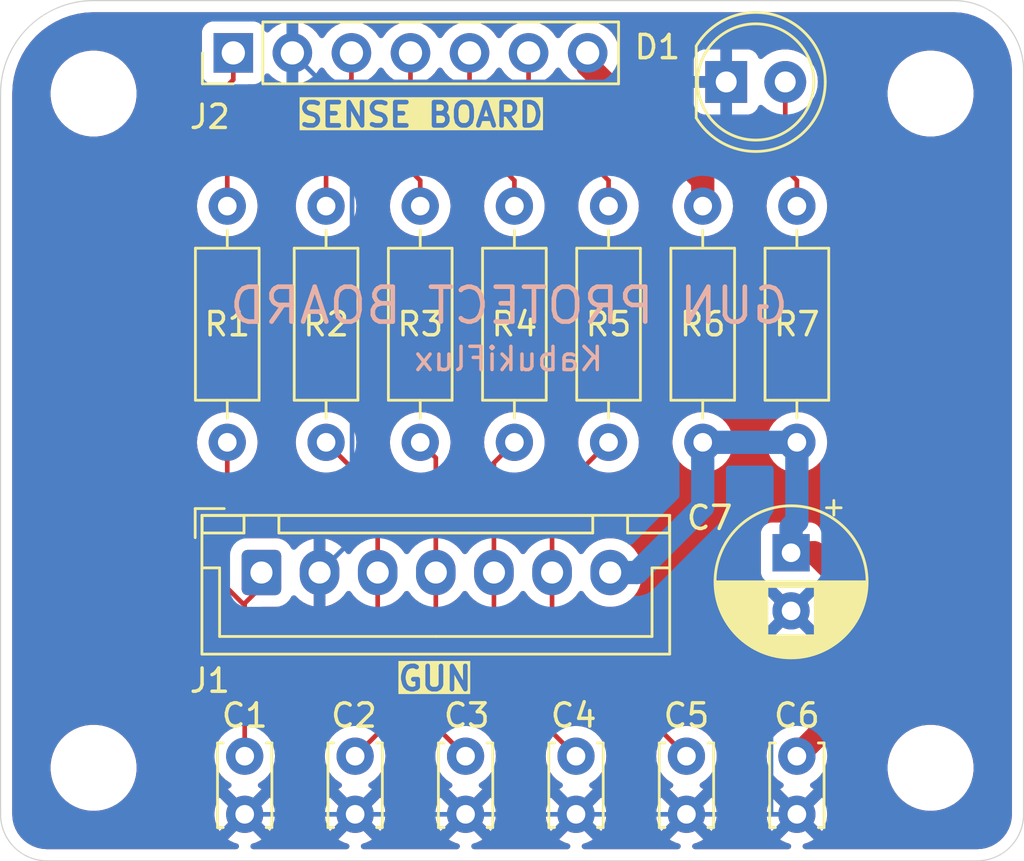
<source format=kicad_pcb>
(kicad_pcb (version 20240108) (generator "pcbnew") (generator_version "8.0")
  (title_block (title "GunType2 protect board sensor") (date "2024-05-29") (rev "1.00") (company "KabukiFlux") (comment 4 "AISLER Project ID: LGKHLDOV"))
  (layers (0 "F.Cu" signal) (31 "B.Cu" signal) (34 "B.Paste" user) (35 "F.Paste" user) (36 "B.SilkS" user "B.Silkscreen") (37 "F.SilkS" user "F.Silkscreen") (38 "B.Mask" user) (39 "F.Mask" user) (44 "Edge.Cuts" user))
  (net 0 "")
  (net 1 "Net-(J1-Pin_1)")
  (net 2 "/gnd")
  (net 3 "Net-(J1-Pin_3)")
  (net 4 "Net-(J1-Pin_4)")
  (net 5 "Net-(J1-Pin_5)")
  (net 6 "Net-(J1-Pin_6)")
  (net 7 "/vcc")
  (net 8 "Net-(J2-Pin_7)")
  (net 9 "Net-(J2-Pin_6)")
  (net 10 "Net-(J2-Pin_4)")
  (net 11 "Net-(J2-Pin_5)")
  (net 12 "Net-(J2-Pin_1)")
  (net 13 "Net-(J2-Pin_3)")
  (net 14 "Net-(D1-A)")
  (footprint "Capacitor_THT:C_Disc_D3.4mm_W2.1mm_P2.50mm" (layer "F.Cu") (at 89.25 86 90)
    (property "Reference" "C2" (at 4.25 -0.05 0) (layer "F.SilkS"))
    (property "Value" "15n")
    (fp_line (start 3.07 -1.17) (end 3.07 -0.925) (stroke (width 0.12)) (layer "F.SilkS"))
    (fp_line (start -0.57 -1.17) (end 3.07 -1.17) (stroke (width 0.12)) (layer "F.SilkS"))
    (fp_line (start -0.57 -1.17) (end -0.57 -0.925) (stroke (width 0.12)) (layer "F.SilkS"))
    (fp_line (start 3.07 0.925) (end 3.07 1.17) (stroke (width 0.12)) (layer "F.SilkS"))
    (fp_line (start -0.57 0.925) (end -0.57 1.17) (stroke (width 0.12)) (layer "F.SilkS"))
    (fp_line (start -0.57 1.17) (end 3.07 1.17) (stroke (width 0.12)) (layer "F.SilkS"))
    (pad "1" thru_hole circle (at 0 0 90) (size 1.6 1.6) (drill 0.8) (layers "*.Cu" "*.Mask") (net 2 "/gnd"))
    (pad "2" thru_hole circle (at 2.5 0 90) (size 1.6 1.6) (drill 0.8) (layers "*.Cu" "*.Mask") (net 3 "Net-(J1-Pin_3)"))
  )
  (footprint "Resistor_THT:R_Axial_DIN0207_L6.3mm_D2.5mm_P10.16mm_Horizontal" (layer "F.Cu") (at 88 70 90)
    (property "Reference" "R2" (at 5.08 0 0) (layer "F.SilkS"))
    (property "Value" "470")
    (fp_line (start 8.35 -1.37) (end 1.81 -1.37) (stroke (width 0.12)) (layer "F.SilkS"))
    (fp_line (start 1.81 -1.37) (end 1.81 1.37) (stroke (width 0.12)) (layer "F.SilkS"))
    (fp_line (start 9.12 0) (end 8.35 0) (stroke (width 0.12)) (layer "F.SilkS"))
    (fp_line (start 1.04 0) (end 1.81 0) (stroke (width 0.12)) (layer "F.SilkS"))
    (fp_line (start 8.35 1.37) (end 8.35 -1.37) (stroke (width 0.12)) (layer "F.SilkS"))
    (fp_line (start 1.81 1.37) (end 8.35 1.37) (stroke (width 0.12)) (layer "F.SilkS"))
    (pad "1" thru_hole circle (at 0 0 90) (size 1.6 1.6) (drill 0.8) (layers "*.Cu" "*.Mask") (net 3 "Net-(J1-Pin_3)"))
    (pad "2" thru_hole oval (at 10.16 0 90) (size 1.6 1.6) (drill 0.8) (layers "*.Cu" "*.Mask") (net 13 "Net-(J2-Pin_3)"))
  )
  (footprint "Resistor_THT:R_Axial_DIN0207_L6.3mm_D2.5mm_P10.16mm_Horizontal" (layer "F.Cu") (at 92.05 70 90)
    (property "Reference" "R3" (at 5.08 0 0) (layer "F.SilkS"))
    (property "Value" "470")
    (fp_line (start 8.35 -1.37) (end 1.81 -1.37) (stroke (width 0.12)) (layer "F.SilkS"))
    (fp_line (start 1.81 -1.37) (end 1.81 1.37) (stroke (width 0.12)) (layer "F.SilkS"))
    (fp_line (start 9.12 0) (end 8.35 0) (stroke (width 0.12)) (layer "F.SilkS"))
    (fp_line (start 1.04 0) (end 1.81 0) (stroke (width 0.12)) (layer "F.SilkS"))
    (fp_line (start 8.35 1.37) (end 8.35 -1.37) (stroke (width 0.12)) (layer "F.SilkS"))
    (fp_line (start 1.81 1.37) (end 8.35 1.37) (stroke (width 0.12)) (layer "F.SilkS"))
    (pad "1" thru_hole circle (at 0 0 90) (size 1.6 1.6) (drill 0.8) (layers "*.Cu" "*.Mask") (net 4 "Net-(J1-Pin_4)"))
    (pad "2" thru_hole oval (at 10.16 0 90) (size 1.6 1.6) (drill 0.8) (layers "*.Cu" "*.Mask") (net 10 "Net-(J2-Pin_4)"))
  )
  (footprint "MountingHole:MountingHole_3.2mm_M3" (layer "F.Cu") (at 114 55)
    (property "Reference" "REF2" (hide yes))
    (property "Value" "MountingHole_3.2mm_M3" (hide yes))
    (pad "" np_thru_hole circle (at 0 0) (size 3.2 3.2) (drill 3.2) (layers "*.Cu" "*.Mask"))
  )
  (footprint "Resistor_THT:R_Axial_DIN0207_L6.3mm_D2.5mm_P10.16mm_Horizontal" (layer "F.Cu") (at 83.75 70 90)
    (property "Reference" "R1" (at 5.08 0 0) (layer "F.SilkS"))
    (property "Value" "470")
    (fp_line (start 8.35 -1.37) (end 1.81 -1.37) (stroke (width 0.12)) (layer "F.SilkS"))
    (fp_line (start 1.81 -1.37) (end 1.81 1.37) (stroke (width 0.12)) (layer "F.SilkS"))
    (fp_line (start 9.12 0) (end 8.35 0) (stroke (width 0.12)) (layer "F.SilkS"))
    (fp_line (start 1.04 0) (end 1.81 0) (stroke (width 0.12)) (layer "F.SilkS"))
    (fp_line (start 8.35 1.37) (end 8.35 -1.37) (stroke (width 0.12)) (layer "F.SilkS"))
    (fp_line (start 1.81 1.37) (end 8.35 1.37) (stroke (width 0.12)) (layer "F.SilkS"))
    (pad "1" thru_hole circle (at 0 0 90) (size 1.6 1.6) (drill 0.8) (layers "*.Cu" "*.Mask") (net 1 "Net-(J1-Pin_1)"))
    (pad "2" thru_hole oval (at 10.16 0 90) (size 1.6 1.6) (drill 0.8) (layers "*.Cu" "*.Mask") (net 12 "Net-(J2-Pin_1)"))
  )
  (footprint "Resistor_THT:R_Axial_DIN0207_L6.3mm_D2.5mm_P10.16mm_Horizontal" (layer "F.Cu") (at 100.15 70 90)
    (property "Reference" "R5" (at 5.08 0 0) (layer "F.SilkS"))
    (property "Value" "470")
    (fp_line (start 8.35 -1.37) (end 1.81 -1.37) (stroke (width 0.12)) (layer "F.SilkS"))
    (fp_line (start 1.81 -1.37) (end 1.81 1.37) (stroke (width 0.12)) (layer "F.SilkS"))
    (fp_line (start 9.12 0) (end 8.35 0) (stroke (width 0.12)) (layer "F.SilkS"))
    (fp_line (start 1.04 0) (end 1.81 0) (stroke (width 0.12)) (layer "F.SilkS"))
    (fp_line (start 8.35 1.37) (end 8.35 -1.37) (stroke (width 0.12)) (layer "F.SilkS"))
    (fp_line (start 1.81 1.37) (end 8.35 1.37) (stroke (width 0.12)) (layer "F.SilkS"))
    (pad "1" thru_hole circle (at 0 0 90) (size 1.6 1.6) (drill 0.8) (layers "*.Cu" "*.Mask") (net 6 "Net-(J1-Pin_6)"))
    (pad "2" thru_hole oval (at 10.16 0 90) (size 1.6 1.6) (drill 0.8) (layers "*.Cu" "*.Mask") (net 9 "Net-(J2-Pin_6)"))
  )
  (footprint "Capacitor_THT:CP_Radial_D6.3mm_P2.50mm" (layer "F.Cu") (at 108 74.75 -90)
    (property "Reference" "C7" (at -1.5 3.5 180) (layer "F.SilkS"))
    (property "Value" "10uF 25v")
    (fp_line (start 1.49 1.04) (end 1.49 3.222) (stroke (width 0.12)) (layer "F.SilkS"))
    (fp_line (start 1.53 1.04) (end 1.53 3.218) (stroke (width 0.12)) (layer "F.SilkS"))
    (fp_line (start 1.57 1.04) (end 1.57 3.215) (stroke (width 0.12)) (layer "F.SilkS"))
    (fp_line (start 1.61 1.04) (end 1.61 3.211) (stroke (width 0.12)) (layer "F.SilkS"))
    (fp_line (start 1.65 1.04) (end 1.65 3.206) (stroke (width 0.12)) (layer "F.SilkS"))
    (fp_line (start 1.69 1.04) (end 1.69 3.201) (stroke (width 0.12)) (layer "F.SilkS"))
    (fp_line (start 1.73 1.04) (end 1.73 3.195) (stroke (width 0.12)) (layer "F.SilkS"))
    (fp_line (start 1.77 1.04) (end 1.77 3.189) (stroke (width 0.12)) (layer "F.SilkS"))
    (fp_line (start 1.81 1.04) (end 1.81 3.182) (stroke (width 0.12)) (layer "F.SilkS"))
    (fp_line (start 1.85 1.04) (end 1.85 3.175) (stroke (width 0.12)) (layer "F.SilkS"))
    (fp_line (start 1.89 1.04) (end 1.89 3.167) (stroke (width 0.12)) (layer "F.SilkS"))
    (fp_line (start 1.93 1.04) (end 1.93 3.159) (stroke (width 0.12)) (layer "F.SilkS"))
    (fp_line (start 1.971 1.04) (end 1.971 3.15) (stroke (width 0.12)) (layer "F.SilkS"))
    (fp_line (start 2.011 1.04) (end 2.011 3.141) (stroke (width 0.12)) (layer "F.SilkS"))
    (fp_line (start 2.051 1.04) (end 2.051 3.131) (stroke (width 0.12)) (layer "F.SilkS"))
    (fp_line (start 2.091 1.04) (end 2.091 3.121) (stroke (width 0.12)) (layer "F.SilkS"))
    (fp_line (start 2.131 1.04) (end 2.131 3.11) (stroke (width 0.12)) (layer "F.SilkS"))
    (fp_line (start 2.171 1.04) (end 2.171 3.098) (stroke (width 0.12)) (layer "F.SilkS"))
    (fp_line (start 2.211 1.04) (end 2.211 3.086) (stroke (width 0.12)) (layer "F.SilkS"))
    (fp_line (start 2.251 1.04) (end 2.251 3.074) (stroke (width 0.12)) (layer "F.SilkS"))
    (fp_line (start 2.291 1.04) (end 2.291 3.061) (stroke (width 0.12)) (layer "F.SilkS"))
    (fp_line (start 2.331 1.04) (end 2.331 3.047) (stroke (width 0.12)) (layer "F.SilkS"))
    (fp_line (start 2.371 1.04) (end 2.371 3.033) (stroke (width 0.12)) (layer "F.SilkS"))
    (fp_line (start 2.411 1.04) (end 2.411 3.018) (stroke (width 0.12)) (layer "F.SilkS"))
    (fp_line (start 2.451 1.04) (end 2.451 3.002) (stroke (width 0.12)) (layer "F.SilkS"))
    (fp_line (start 2.491 1.04) (end 2.491 2.986) (stroke (width 0.12)) (layer "F.SilkS"))
    (fp_line (start 2.531 1.04) (end 2.531 2.97) (stroke (width 0.12)) (layer "F.SilkS"))
    (fp_line (start 2.571 1.04) (end 2.571 2.952) (stroke (width 0.12)) (layer "F.SilkS"))
    (fp_line (start 2.611 1.04) (end 2.611 2.934) (stroke (width 0.12)) (layer "F.SilkS"))
    (fp_line (start 2.651 1.04) (end 2.651 2.916) (stroke (width 0.12)) (layer "F.SilkS"))
    (fp_line (start 2.691 1.04) (end 2.691 2.896) (stroke (width 0.12)) (layer "F.SilkS"))
    (fp_line (start 2.731 1.04) (end 2.731 2.876) (stroke (width 0.12)) (layer "F.SilkS"))
    (fp_line (start 2.771 1.04) (end 2.771 2.856) (stroke (width 0.12)) (layer "F.SilkS"))
    (fp_line (start 2.811 1.04) (end 2.811 2.834) (stroke (width 0.12)) (layer "F.SilkS"))
    (fp_line (start 2.851 1.04) (end 2.851 2.812) (stroke (width 0.12)) (layer "F.SilkS"))
    (fp_line (start 2.891 1.04) (end 2.891 2.79) (stroke (width 0.12)) (layer "F.SilkS"))
    (fp_line (start 2.931 1.04) (end 2.931 2.766) (stroke (width 0.12)) (layer "F.SilkS"))
    (fp_line (start 2.971 1.04) (end 2.971 2.742) (stroke (width 0.12)) (layer "F.SilkS"))
    (fp_line (start 3.011 1.04) (end 3.011 2.716) (stroke (width 0.12)) (layer "F.SilkS"))
    (fp_line (start 3.051 1.04) (end 3.051 2.69) (stroke (width 0.12)) (layer "F.SilkS"))
    (fp_line (start 3.091 1.04) (end 3.091 2.664) (stroke (width 0.12)) (layer "F.SilkS"))
    (fp_line (start 3.131 1.04) (end 3.131 2.636) (stroke (width 0.12)) (layer "F.SilkS"))
    (fp_line (start 3.171 1.04) (end 3.171 2.607) (stroke (width 0.12)) (layer "F.SilkS"))
    (fp_line (start 3.211 1.04) (end 3.211 2.578) (stroke (width 0.12)) (layer "F.SilkS"))
    (fp_line (start 3.251 1.04) (end 3.251 2.548) (stroke (width 0.12)) (layer "F.SilkS"))
    (fp_line (start 3.291 1.04) (end 3.291 2.516) (stroke (width 0.12)) (layer "F.SilkS"))
    (fp_line (start 3.331 1.04) (end 3.331 2.484) (stroke (width 0.12)) (layer "F.SilkS"))
    (fp_line (start 3.371 1.04) (end 3.371 2.45) (stroke (width 0.12)) (layer "F.SilkS"))
    (fp_line (start 3.411 1.04) (end 3.411 2.416) (stroke (width 0.12)) (layer "F.SilkS"))
    (fp_line (start 3.451 1.04) (end 3.451 2.38) (stroke (width 0.12)) (layer "F.SilkS"))
    (fp_line (start 3.491 1.04) (end 3.491 2.343) (stroke (width 0.12)) (layer "F.SilkS"))
    (fp_line (start 3.531 1.04) (end 3.531 2.305) (stroke (width 0.12)) (layer "F.SilkS"))
    (fp_line (start 4.491 -0.402) (end 4.491 0.402) (stroke (width 0.12)) (layer "F.SilkS"))
    (fp_line (start 4.451 -0.633) (end 4.451 0.633) (stroke (width 0.12)) (layer "F.SilkS"))
    (fp_line (start 4.411 -0.802) (end 4.411 0.802) (stroke (width 0.12)) (layer "F.SilkS"))
    (fp_line (start 4.371 -0.94) (end 4.371 0.94) (stroke (width 0.12)) (layer "F.SilkS"))
    (fp_line (start 4.331 -1.059) (end 4.331 1.059) (stroke (width 0.12)) (layer "F.SilkS"))
    (fp_line (start 4.291 -1.165) (end 4.291 1.165) (stroke (width 0.12)) (layer "F.SilkS"))
    (fp_line (start 4.251 -1.262) (end 4.251 1.262) (stroke (width 0.12)) (layer "F.SilkS"))
    (fp_line (start 4.211 -1.35) (end 4.211 1.35) (stroke (width 0.12)) (layer "F.SilkS"))
    (fp_line (start 4.171 -1.432) (end 4.171 1.432) (stroke (width 0.12)) (layer "F.SilkS"))
    (fp_line (start 4.131 -1.509) (end 4.131 1.509) (stroke (width 0.12)) (layer "F.SilkS"))
    (fp_line (start 4.091 -1.581) (end 4.091 1.581) (stroke (width 0.12)) (layer "F.SilkS"))
    (fp_line (start 4.051 -1.65) (end 4.051 1.65) (stroke (width 0.12)) (layer "F.SilkS"))
    (fp_line (start 4.011 -1.714) (end 4.011 1.714) (stroke (width 0.12)) (layer "F.SilkS"))
    (fp_line (start 3.971 -1.776) (end 3.971 1.776) (stroke (width 0.12)) (layer "F.SilkS"))
    (fp_line (start 3.931 -1.834) (end 3.931 1.834) (stroke (width 0.12)) (layer "F.SilkS"))
    (fp_line (start -2.250241 -1.839) (end -1.620241 -1.839) (stroke (width 0.12)) (layer "F.SilkS"))
    (fp_line (start 3.891 -1.89) (end 3.891 1.89) (stroke (width 0.12)) (layer "F.SilkS"))
    (fp_line (start 3.851 -1.944) (end 3.851 1.944) (stroke (width 0.12)) (layer "F.SilkS"))
    (fp_line (start 3.811 -1.995) (end 3.811 1.995) (stroke (width 0.12)) (layer "F.SilkS"))
    (fp_line (start 3.771 -2.044) (end 3.771 2.044) (stroke (width 0.12)) (layer "F.SilkS"))
    (fp_line (start 3.731 -2.092) (end 3.731 2.092) (stroke (width 0.12)) (layer "F.SilkS"))
    (fp_line (start 3.691 -2.137) (end 3.691 2.137) (stroke (width 0.12)) (layer "F.SilkS"))
    (fp_line (start -1.935241 -2.154) (end -1.935241 -1.524) (stroke (width 0.12)) (layer "F.SilkS"))
    (fp_line (start 3.651 -2.182) (end 3.651 2.182) (stroke (width 0.12)) (layer "F.SilkS"))
    (fp_line (start 3.611 -2.224) (end 3.611 2.224) (stroke (width 0.12)) (layer "F.SilkS"))
    (fp_line (start 3.571 -2.265) (end 3.571 2.265) (stroke (width 0.12)) (layer "F.SilkS"))
    (fp_line (start 3.531 -2.305) (end 3.531 -1.04) (stroke (width 0.12)) (layer "F.SilkS"))
    (fp_line (start 3.491 -2.343) (end 3.491 -1.04) (stroke (width 0.12)) (layer "F.SilkS"))
    (fp_line (start 3.451 -2.38) (end 3.451 -1.04) (stroke (width 0.12)) (layer "F.SilkS"))
    (fp_line (start 3.411 -2.416) (end 3.411 -1.04) (stroke (width 0.12)) (layer "F.SilkS"))
    (fp_line (start 3.371 -2.45) (end 3.371 -1.04) (stroke (width 0.12)) (layer "F.SilkS"))
    (fp_line (start 3.331 -2.484) (end 3.331 -1.04) (stroke (width 0.12)) (layer "F.SilkS"))
    (fp_line (start 3.291 -2.516) (end 3.291 -1.04) (stroke (width 0.12)) (layer "F.SilkS"))
    (fp_line (start 3.251 -2.548) (end 3.251 -1.04) (stroke (width 0.12)) (layer "F.SilkS"))
    (fp_line (start 3.211 -2.578) (end 3.211 -1.04) (stroke (width 0.12)) (layer "F.SilkS"))
    (fp_line (start 3.171 -2.607) (end 3.171 -1.04) (stroke (width 0.12)) (layer "F.SilkS"))
    (fp_line (start 3.131 -2.636) (end 3.131 -1.04) (stroke (width 0.12)) (layer "F.SilkS"))
    (fp_line (start 3.091 -2.664) (end 3.091 -1.04) (stroke (width 0.12)) (layer "F.SilkS"))
    (fp_line (start 3.051 -2.69) (end 3.051 -1.04) (stroke (width 0.12)) (layer "F.SilkS"))
    (fp_line (start 3.011 -2.716) (end 3.011 -1.04) (stroke (width 0.12)) (layer "F.SilkS"))
    (fp_line (start 2.971 -2.742) (end 2.971 -1.04) (stroke (width 0.12)) (layer "F.SilkS"))
    (fp_line (start 2.931 -2.766) (end 2.931 -1.04) (stroke (width 0.12)) (layer "F.SilkS"))
    (fp_line (start 2.891 -2.79) (end 2.891 -1.04) (stroke (width 0.12)) (layer "F.SilkS"))
    (fp_line (start 2.851 -2.812) (end 2.851 -1.04) (stroke (width 0.12)) (layer "F.SilkS"))
    (fp_line (start 2.811 -2.834) (end 2.811 -1.04) (stroke (width 0.12)) (layer "F.SilkS"))
    (fp_line (start 2.771 -2.856) (end 2.771 -1.04) (stroke (width 0.12)) (layer "F.SilkS"))
    (fp_line (start 2.731 -2.876) (end 2.731 -1.04) (stroke (width 0.12)) (layer "F.SilkS"))
    (fp_line (start 2.691 -2.896) (end 2.691 -1.04) (stroke (width 0.12)) (layer "F.SilkS"))
    (fp_line (start 2.651 -2.916) (end 2.651 -1.04) (stroke (width 0.12)) (layer "F.SilkS"))
    (fp_line (start 2.611 -2.934) (end 2.611 -1.04) (stroke (width 0.12)) (layer "F.SilkS"))
    (fp_line (start 2.571 -2.952) (end 2.571 -1.04) (stroke (width 0.12)) (layer "F.SilkS"))
    (fp_line (start 2.531 -2.97) (end 2.531 -1.04) (stroke (width 0.12)) (layer "F.SilkS"))
    (fp_line (start 2.491 -2.986) (end 2.491 -1.04) (stroke (width 0.12)) (layer "F.SilkS"))
    (fp_line (start 2.451 -3.002) (end 2.451 -1.04) (stroke (width 0.12)) (layer "F.SilkS"))
    (fp_line (start 2.411 -3.018) (end 2.411 -1.04) (stroke (width 0.12)) (layer "F.SilkS"))
    (fp_line (start 2.371 -3.033) (end 2.371 -1.04) (stroke (width 0.12)) (layer "F.SilkS"))
    (fp_line (start 2.331 -3.047) (end 2.331 -1.04) (stroke (width 0.12)) (layer "F.SilkS"))
    (fp_line (start 2.291 -3.061) (end 2.291 -1.04) (stroke (width 0.12)) (layer "F.SilkS"))
    (fp_line (start 2.251 -3.074) (end 2.251 -1.04) (stroke (width 0.12)) (layer "F.SilkS"))
    (fp_line (start 2.211 -3.086) (end 2.211 -1.04) (stroke (width 0.12)) (layer "F.SilkS"))
    (fp_line (start 2.171 -3.098) (end 2.171 -1.04) (stroke (width 0.12)) (layer "F.SilkS"))
    (fp_line (start 2.131 -3.11) (end 2.131 -1.04) (stroke (width 0.12)) (layer "F.SilkS"))
    (fp_line (start 2.091 -3.121) (end 2.091 -1.04) (stroke (width 0.12)) (layer "F.SilkS"))
    (fp_line (start 2.051 -3.131) (end 2.051 -1.04) (stroke (width 0.12)) (layer "F.SilkS"))
    (fp_line (start 2.011 -3.141) (end 2.011 -1.04) (stroke (width 0.12)) (layer "F.SilkS"))
    (fp_line (start 1.971 -3.15) (end 1.971 -1.04) (stroke (width 0.12)) (layer "F.SilkS"))
    (fp_line (start 1.93 -3.159) (end 1.93 -1.04) (stroke (width 0.12)) (layer "F.SilkS"))
    (fp_line (start 1.89 -3.167) (end 1.89 -1.04) (stroke (width 0.12)) (layer "F.SilkS"))
    (fp_line (start 1.85 -3.175) (end 1.85 -1.04) (stroke (width 0.12)) (layer "F.SilkS"))
    (fp_line (start 1.81 -3.182) (end 1.81 -1.04) (stroke (width 0.12)) (layer "F.SilkS"))
    (fp_line (start 1.77 -3.189) (end 1.77 -1.04) (stroke (width 0.12)) (layer "F.SilkS"))
    (fp_line (start 1.73 -3.195) (end 1.73 -1.04) (stroke (width 0.12)) (layer "F.SilkS"))
    (fp_line (start 1.69 -3.201) (end 1.69 -1.04) (stroke (width 0.12)) (layer "F.SilkS"))
    (fp_line (start 1.65 -3.206) (end 1.65 -1.04) (stroke (width 0.12)) (layer "F.SilkS"))
    (fp_line (start 1.61 -3.211) (end 1.61 -1.04) (stroke (width 0.12)) (layer "F.SilkS"))
    (fp_line (start 1.57 -3.215) (end 1.57 -1.04) (stroke (width 0.12)) (layer "F.SilkS"))
    (fp_line (start 1.53 -3.218) (end 1.53 -1.04) (stroke (width 0.12)) (layer "F.SilkS"))
    (fp_line (start 1.49 -3.222) (end 1.49 -1.04) (stroke (width 0.12)) (layer "F.SilkS"))
    (fp_line (start 1.45 -3.224) (end 1.45 3.224) (stroke (width 0.12)) (layer "F.SilkS"))
    (fp_line (start 1.41 -3.227) (end 1.41 3.227) (stroke (width 0.12)) (layer "F.SilkS"))
    (fp_line (start 1.37 -3.228) (end 1.37 3.228) (stroke (width 0.12)) (layer "F.SilkS"))
    (fp_line (start 1.25 -3.23) (end 1.25 3.23) (stroke (width 0.12)) (layer "F.SilkS"))
    (fp_line (start 1.29 -3.23) (end 1.29 3.23) (stroke (width 0.12)) (layer "F.SilkS"))
    (fp_line (start 1.33 -3.23) (end 1.33 3.23) (stroke (width 0.12)) (layer "F.SilkS"))
    (fp_circle (center 1.25 0) (end 4.52 0) (stroke (width 0.12)) (fill none) (layer "F.SilkS"))
    (pad "1" thru_hole rect (at 0 0 270) (size 1.6 1.6) (drill 0.8) (layers "*.Cu" "*.Mask") (net 7 "/vcc"))
    (pad "2" thru_hole circle (at 2.5 0 270) (size 1.6 1.6) (drill 0.8) (layers "*.Cu" "*.Mask") (net 2 "/gnd"))
  )
  (footprint "MountingHole:MountingHole_3.2mm_M3" (layer "F.Cu") (at 78 55)
    (property "Reference" "REF1" (hide yes))
    (property "Value" "MountingHole_3.2mm_M3" (hide yes))
    (pad "" np_thru_hole circle (at 0 0) (size 3.2 3.2) (drill 3.2) (layers "*.Cu" "*.Mask"))
  )
  (footprint "MountingHole:MountingHole_3.2mm_M3" (layer "F.Cu") (at 78 84)
    (property "Reference" "REF3" (hide yes))
    (property "Value" "MountingHole_3.2mm_M3" (hide yes))
    (pad "" np_thru_hole circle (at 0 0) (size 3.2 3.2) (drill 3.2) (layers "F&B.Cu" "*.Mask"))
  )
  (footprint "Capacitor_THT:C_Disc_D3.4mm_W2.1mm_P2.50mm" (layer "F.Cu") (at 98.75 86 90)
    (property "Reference" "C4" (at 4.25 -0.1 0) (layer "F.SilkS"))
    (property "Value" "15n")
    (fp_line (start 3.07 -1.17) (end 3.07 -0.925) (stroke (width 0.12)) (layer "F.SilkS"))
    (fp_line (start -0.57 -1.17) (end 3.07 -1.17) (stroke (width 0.12)) (layer "F.SilkS"))
    (fp_line (start -0.57 -1.17) (end -0.57 -0.925) (stroke (width 0.12)) (layer "F.SilkS"))
    (fp_line (start 3.07 0.925) (end 3.07 1.17) (stroke (width 0.12)) (layer "F.SilkS"))
    (fp_line (start -0.57 0.925) (end -0.57 1.17) (stroke (width 0.12)) (layer "F.SilkS"))
    (fp_line (start -0.57 1.17) (end 3.07 1.17) (stroke (width 0.12)) (layer "F.SilkS"))
    (pad "1" thru_hole circle (at 0 0 90) (size 1.6 1.6) (drill 0.8) (layers "*.Cu" "*.Mask") (net 2 "/gnd"))
    (pad "2" thru_hole circle (at 2.5 0 90) (size 1.6 1.6) (drill 0.8) (layers "*.Cu" "*.Mask") (net 5 "Net-(J1-Pin_5)"))
  )
  (footprint "Capacitor_THT:C_Disc_D3.4mm_W2.1mm_P2.50mm" (layer "F.Cu") (at 84.5 83.5 -90)
    (property "Reference" "C1" (at -1.75 0 180) (layer "F.SilkS"))
    (property "Value" "15n")
    (fp_line (start -0.57 1.17) (end 3.07 1.17) (stroke (width 0.12)) (layer "F.SilkS"))
    (fp_line (start -0.57 0.925) (end -0.57 1.17) (stroke (width 0.12)) (layer "F.SilkS"))
    (fp_line (start 3.07 0.925) (end 3.07 1.17) (stroke (width 0.12)) (layer "F.SilkS"))
    (fp_line (start -0.57 -1.17) (end -0.57 -0.925) (stroke (width 0.12)) (layer "F.SilkS"))
    (fp_line (start -0.57 -1.17) (end 3.07 -1.17) (stroke (width 0.12)) (layer "F.SilkS"))
    (fp_line (start 3.07 -1.17) (end 3.07 -0.925) (stroke (width 0.12)) (layer "F.SilkS"))
    (pad "1" thru_hole circle (at 0 0 270) (size 1.6 1.6) (drill 0.8) (layers "*.Cu" "*.Mask") (net 1 "Net-(J1-Pin_1)"))
    (pad "2" thru_hole circle (at 2.5 0 270) (size 1.6 1.6) (drill 0.8) (layers "*.Cu" "*.Mask") (net 2 "/gnd"))
  )
  (footprint "Capacitor_THT:C_Disc_D3.4mm_W2.1mm_P2.50mm" (layer "F.Cu") (at 94 86 90)
    (property "Reference" "C3" (at 4.25 0.05 0) (layer "F.SilkS"))
    (property "Value" "15n")
    (fp_line (start 3.07 -1.17) (end 3.07 -0.925) (stroke (width 0.12)) (layer "F.SilkS"))
    (fp_line (start -0.57 -1.17) (end 3.07 -1.17) (stroke (width 0.12)) (layer "F.SilkS"))
    (fp_line (start -0.57 -1.17) (end -0.57 -0.925) (stroke (width 0.12)) (layer "F.SilkS"))
    (fp_line (start 3.07 0.925) (end 3.07 1.17) (stroke (width 0.12)) (layer "F.SilkS"))
    (fp_line (start -0.57 0.925) (end -0.57 1.17) (stroke (width 0.12)) (layer "F.SilkS"))
    (fp_line (start -0.57 1.17) (end 3.07 1.17) (stroke (width 0.12)) (layer "F.SilkS"))
    (pad "1" thru_hole circle (at 0 0 90) (size 1.6 1.6) (drill 0.8) (layers "*.Cu" "*.Mask") (net 2 "/gnd"))
    (pad "2" thru_hole circle (at 2.5 0 90) (size 1.6 1.6) (drill 0.8) (layers "*.Cu" "*.Mask") (net 4 "Net-(J1-Pin_4)"))
  )
  (footprint "Connector_PinHeader_2.54mm:PinHeader_1x07_P2.54mm_Vertical" (layer "F.Cu") (at 84.01 53.25 90)
    (property "Reference" "J2" (at -2.75 -1.01 0) (layer "F.SilkS"))
    (property "Value" "GUN_IO_BOARD")
    (fp_line (start -1.33 -1.33) (end 0 -1.33) (stroke (width 0.12)) (layer "F.SilkS"))
    (fp_line (start -1.33 0) (end -1.33 -1.33) (stroke (width 0.12)) (layer "F.SilkS"))
    (fp_line (start 1.33 1.27) (end 1.33 16.57) (stroke (width 0.12)) (layer "F.SilkS"))
    (fp_line (start -1.33 1.27) (end 1.33 1.27) (stroke (width 0.12)) (layer "F.SilkS"))
    (fp_line (start -1.33 1.27) (end -1.33 16.57) (stroke (width 0.12)) (layer "F.SilkS"))
    (fp_line (start -1.33 16.57) (end 1.33 16.57) (stroke (width 0.12)) (layer "F.SilkS"))
    (pad "1" thru_hole rect (at 0 0 90) (size 1.7 1.7) (drill 1) (layers "*.Cu" "*.Mask") (net 12 "Net-(J2-Pin_1)"))
    (pad "2" thru_hole oval (at 0 2.54 90) (size 1.7 1.7) (drill 1) (layers "*.Cu" "*.Mask") (net 2 "/gnd"))
    (pad "3" thru_hole oval (at 0 5.08 90) (size 1.7 1.7) (drill 1) (layers "*.Cu" "*.Mask") (net 13 "Net-(J2-Pin_3)"))
    (pad "4" thru_hole oval (at 0 7.62 90) (size 1.7 1.7) (drill 1) (layers "*.Cu" "*.Mask") (net 10 "Net-(J2-Pin_4)"))
    (pad "5" thru_hole oval (at 0 10.16 90) (size 1.7 1.7) (drill 1) (layers "*.Cu" "*.Mask") (net 11 "Net-(J2-Pin_5)"))
    (pad "6" thru_hole oval (at 0 12.7 90) (size 1.7 1.7) (drill 1) (layers "*.Cu" "*.Mask") (net 9 "Net-(J2-Pin_6)"))
    (pad "7" thru_hole oval (at 0 15.24 90) (size 1.7 1.7) (drill 1) (layers "*.Cu" "*.Mask") (net 8 "Net-(J2-Pin_7)"))
  )
  (footprint "Resistor_THT:R_Axial_DIN0207_L6.3mm_D2.5mm_P10.16mm_Horizontal" (layer "F.Cu") (at 108.25 70 90)
    (property "Reference" "R7" (at 5.08 0 0) (layer "F.SilkS"))
    (property "Value" "470")
    (fp_line (start 8.35 -1.37) (end 1.81 -1.37) (stroke (width 0.12)) (layer "F.SilkS"))
    (fp_line (start 1.81 -1.37) (end 1.81 1.37) (stroke (width 0.12)) (layer "F.SilkS"))
    (fp_line (start 9.12 0) (end 8.35 0) (stroke (width 0.12)) (layer "F.SilkS"))
    (fp_line (start 1.04 0) (end 1.81 0) (stroke (width 0.12)) (layer "F.SilkS"))
    (fp_line (start 8.35 1.37) (end 8.35 -1.37) (stroke (width 0.12)) (layer "F.SilkS"))
    (fp_line (start 1.81 1.37) (end 8.35 1.37) (stroke (width 0.12)) (layer "F.SilkS"))
    (pad "1" thru_hole circle (at 0 0 90) (size 1.6 1.6) (drill 0.8) (layers "*.Cu" "*.Mask") (net 7 "/vcc"))
    (pad "2" thru_hole oval (at 10.16 0 90) (size 1.6 1.6) (drill 0.8) (layers "*.Cu" "*.Mask") (net 14 "Net-(D1-A)"))
  )
  (footprint "MountingHole:MountingHole_3.2mm_M3" (layer "F.Cu") (at 114 84)
    (property "Reference" "REF4" (hide yes))
    (property "Value" "MountingHole_3.2mm_M3" (hide yes))
    (pad "" np_thru_hole circle (at 0 0) (size 3.2 3.2) (drill 3.2) (layers "F&B.Cu" "*.Mask"))
  )
  (footprint "LED_THT:LED_D5.0mm_IRGrey" (layer "F.Cu") (at 105.21 54.5)
    (property "Reference" "D1" (at -2.96 -1.5 0) (layer "F.SilkS"))
    (property "Value" "RED LED")
    (fp_line (start -1.29 -1.545) (end -1.29 1.545) (stroke (width 0.12)) (layer "F.SilkS"))
    (fp_arc (start -1.29 -1.54483) (mid 2.072002 -2.880433) (end 4.26 0.000462) (stroke (width 0.12)) (layer "F.SilkS"))
    (fp_arc (start 4.26 -0.000462) (mid 2.072002 2.880433) (end -1.29 1.54483) (stroke (width 0.12)) (layer "F.SilkS"))
    (fp_circle (center 1.27 0) (end 3.77 0) (stroke (width 0.12)) (fill none) (layer "F.SilkS"))
    (pad "1" thru_hole rect (at 0 0) (size 1.8 1.8) (drill 0.9) (layers "*.Cu" "*.Mask") (net 2 "/gnd"))
    (pad "2" thru_hole circle (at 2.54 0) (size 1.8 1.8) (drill 0.9) (layers "*.Cu" "*.Mask") (net 14 "Net-(D1-A)"))
  )
  (footprint "Capacitor_THT:C_Disc_D3.4mm_W2.1mm_P2.50mm" (layer "F.Cu") (at 108.25 86 90)
    (property "Reference" "C6" (at 4.25 0 0) (layer "F.SilkS"))
    (property "Value" "100n")
    (fp_line (start 3.07 -1.17) (end 3.07 -0.925) (stroke (width 0.12)) (layer "F.SilkS"))
    (fp_line (start -0.57 -1.17) (end 3.07 -1.17) (stroke (width 0.12)) (layer "F.SilkS"))
    (fp_line (start -0.57 -1.17) (end -0.57 -0.925) (stroke (width 0.12)) (layer "F.SilkS"))
    (fp_line (start 3.07 0.925) (end 3.07 1.17) (stroke (width 0.12)) (layer "F.SilkS"))
    (fp_line (start -0.57 0.925) (end -0.57 1.17) (stroke (width 0.12)) (layer "F.SilkS"))
    (fp_line (start -0.57 1.17) (end 3.07 1.17) (stroke (width 0.12)) (layer "F.SilkS"))
    (pad "1" thru_hole circle (at 0 0 90) (size 1.6 1.6) (drill 0.8) (layers "*.Cu" "*.Mask") (net 2 "/gnd"))
    (pad "2" thru_hole circle (at 2.5 0 90) (size 1.6 1.6) (drill 0.8) (layers "*.Cu" "*.Mask") (net 7 "/vcc"))
  )
  (footprint "Resistor_THT:R_Axial_DIN0207_L6.3mm_D2.5mm_P10.16mm_Horizontal" (layer "F.Cu") (at 104.2 70 90)
    (property "Reference" "R6" (at 5.08 0 0) (layer "F.SilkS"))
    (property "Value" "27 1/4W")
    (fp_line (start 8.35 -1.37) (end 1.81 -1.37) (stroke (width 0.12)) (layer "F.SilkS"))
    (fp_line (start 1.81 -1.37) (end 1.81 1.37) (stroke (width 0.12)) (layer "F.SilkS"))
    (fp_line (start 9.12 0) (end 8.35 0) (stroke (width 0.12)) (layer "F.SilkS"))
    (fp_line (start 1.04 0) (end 1.81 0) (stroke (width 0.12)) (layer "F.SilkS"))
    (fp_line (start 8.35 1.37) (end 8.35 -1.37) (stroke (width 0.12)) (layer "F.SilkS"))
    (fp_line (start 1.81 1.37) (end 8.35 1.37) (stroke (width 0.12)) (layer "F.SilkS"))
    (pad "1" thru_hole circle (at 0 0 90) (size 1.6 1.6) (drill 0.8) (layers "*.Cu" "*.Mask") (net 7 "/vcc"))
    (pad "2" thru_hole oval (at 10.16 0 90) (size 1.6 1.6) (drill 0.8) (layers "*.Cu" "*.Mask") (net 8 "Net-(J2-Pin_7)"))
  )
  (footprint "Capacitor_THT:C_Disc_D3.4mm_W2.1mm_P2.50mm" (layer "F.Cu") (at 103.5 86 90)
    (property "Reference" "C5" (at 4.25 0 0) (layer "F.SilkS"))
    (property "Value" "15n")
    (fp_line (start 3.07 -1.17) (end 3.07 -0.925) (stroke (width 0.12)) (layer "F.SilkS"))
    (fp_line (start -0.57 -1.17) (end 3.07 -1.17) (stroke (width 0.12)) (layer "F.SilkS"))
    (fp_line (start -0.57 -1.17) (end -0.57 -0.925) (stroke (width 0.12)) (layer "F.SilkS"))
    (fp_line (start 3.07 0.925) (end 3.07 1.17) (stroke (width 0.12)) (layer "F.SilkS"))
    (fp_line (start -0.57 0.925) (end -0.57 1.17) (stroke (width 0.12)) (layer "F.SilkS"))
    (fp_line (start -0.57 1.17) (end 3.07 1.17) (stroke (width 0.12)) (layer "F.SilkS"))
    (pad "1" thru_hole circle (at 0 0 90) (size 1.6 1.6) (drill 0.8) (layers "*.Cu" "*.Mask") (net 2 "/gnd"))
    (pad "2" thru_hole circle (at 2.5 0 90) (size 1.6 1.6) (drill 0.8) (layers "*.Cu" "*.Mask") (net 6 "Net-(J1-Pin_6)"))
  )
  (footprint "Resistor_THT:R_Axial_DIN0207_L6.3mm_D2.5mm_P10.16mm_Horizontal" (layer "F.Cu") (at 96.1 70 90)
    (property "Reference" "R4" (at 5.08 0 0) (layer "F.SilkS"))
    (property "Value" "470")
    (fp_line (start 8.35 -1.37) (end 1.81 -1.37) (stroke (width 0.12)) (layer "F.SilkS"))
    (fp_line (start 1.81 -1.37) (end 1.81 1.37) (stroke (width 0.12)) (layer "F.SilkS"))
    (fp_line (start 9.12 0) (end 8.35 0) (stroke (width 0.12)) (layer "F.SilkS"))
    (fp_line (start 1.04 0) (end 1.81 0) (stroke (width 0.12)) (layer "F.SilkS"))
    (fp_line (start 8.35 1.37) (end 8.35 -1.37) (stroke (width 0.12)) (layer "F.SilkS"))
    (fp_line (start 1.81 1.37) (end 8.35 1.37) (stroke (width 0.12)) (layer "F.SilkS"))
    (pad "1" thru_hole circle (at 0 0 90) (size 1.6 1.6) (drill 0.8) (layers "*.Cu" "*.Mask") (net 5 "Net-(J1-Pin_5)"))
    (pad "2" thru_hole oval (at 10.16 0 90) (size 1.6 1.6) (drill 0.8) (layers "*.Cu" "*.Mask") (net 11 "Net-(J2-Pin_5)"))
  )
  (footprint "Connector_JST:JST_XH_B7B-XH-A_1x07_P2.50mm_Vertical" (layer "F.Cu") (at 85.22 75.6)
    (property "Reference" "J1" (at -2.22 4.65 0) (layer "F.SilkS"))
    (property "Value" "GUN_SENSOR")
    (fp_line (start -2.85 -2.75) (end -2.85 -1.5) (stroke (width 0.12)) (layer "F.SilkS"))
    (fp_line (start -2.56 -2.46) (end -2.56 3.51) (stroke (width 0.12)) (layer "F.SilkS"))
    (fp_line (start -2.56 3.51) (end 17.56 3.51) (stroke (width 0.12)) (layer "F.SilkS"))
    (fp_line (start -2.55 -2.45) (end -2.55 -1.7) (stroke (width 0.12)) (layer "F.SilkS"))
    (fp_line (start -2.55 -1.7) (end -0.75 -1.7) (stroke (width 0.12)) (layer "F.SilkS"))
    (fp_line (start -2.55 -0.2) (end -1.8 -0.2) (stroke (width 0.12)) (layer "F.SilkS"))
    (fp_line (start -1.8 -0.2) (end -1.8 2.75) (stroke (width 0.12)) (layer "F.SilkS"))
    (fp_line (start -1.8 2.75) (end 7.5 2.75) (stroke (width 0.12)) (layer "F.SilkS"))
    (fp_line (start -1.6 -2.75) (end -2.85 -2.75) (stroke (width 0.12)) (layer "F.SilkS"))
    (fp_line (start -0.75 -2.45) (end -2.55 -2.45) (stroke (width 0.12)) (layer "F.SilkS"))
    (fp_line (start -0.75 -1.7) (end -0.75 -2.45) (stroke (width 0.12)) (layer "F.SilkS"))
    (fp_line (start 0.75 -2.45) (end 0.75 -1.7) (stroke (width 0.12)) (layer "F.SilkS"))
    (fp_line (start 0.75 -1.7) (end 14.25 -1.7) (stroke (width 0.12)) (layer "F.SilkS"))
    (fp_line (start 14.25 -2.45) (end 0.75 -2.45) (stroke (width 0.12)) (layer "F.SilkS"))
    (fp_line (start 14.25 -1.7) (end 14.25 -2.45) (stroke (width 0.12)) (layer "F.SilkS"))
    (fp_line (start 15.75 -2.45) (end 15.75 -1.7) (stroke (width 0.12)) (layer "F.SilkS"))
    (fp_line (start 15.75 -1.7) (end 17.55 -1.7) (stroke (width 0.12)) (layer "F.SilkS"))
    (fp_line (start 16.8 -0.2) (end 16.8 2.75) (stroke (width 0.12)) (layer "F.SilkS"))
    (fp_line (start 16.8 2.75) (end 7.5 2.75) (stroke (width 0.12)) (layer "F.SilkS"))
    (fp_line (start 17.55 -2.45) (end 15.75 -2.45) (stroke (width 0.12)) (layer "F.SilkS"))
    (fp_line (start 17.55 -1.7) (end 17.55 -2.45) (stroke (width 0.12)) (layer "F.SilkS"))
    (fp_line (start 17.55 -0.2) (end 16.8 -0.2) (stroke (width 0.12)) (layer "F.SilkS"))
    (fp_line (start 17.56 -2.46) (end -2.56 -2.46) (stroke (width 0.12)) (layer "F.SilkS"))
    (fp_line (start 17.56 3.51) (end 17.56 -2.46) (stroke (width 0.12)) (layer "F.SilkS"))
    (pad "1" thru_hole roundrect (at 0 0) (size 1.7 1.95) (drill 0.95) (layers "*.Cu" "*.Mask") (roundrect_rratio 0.147059) (net 1 "Net-(J1-Pin_1)"))
    (pad "2" thru_hole oval (at 2.5 0) (size 1.7 1.95) (drill 0.95) (layers "*.Cu" "*.Mask") (net 2 "/gnd"))
    (pad "3" thru_hole oval (at 5 0) (size 1.7 1.95) (drill 0.95) (layers "*.Cu" "*.Mask") (net 3 "Net-(J1-Pin_3)"))
    (pad "4" thru_hole oval (at 7.5 0) (size 1.7 1.95) (drill 0.95) (layers "*.Cu" "*.Mask") (net 4 "Net-(J1-Pin_4)"))
    (pad "5" thru_hole oval (at 10 0) (size 1.7 1.95) (drill 0.95) (layers "*.Cu" "*.Mask") (net 5 "Net-(J1-Pin_5)"))
    (pad "6" thru_hole oval (at 12.5 0) (size 1.7 1.95) (drill 0.95) (layers "*.Cu" "*.Mask") (net 6 "Net-(J1-Pin_6)"))
    (pad "7" thru_hole oval (at 15 0) (size 1.7 1.95) (drill 0.95) (layers "*.Cu" "*.Mask") (net 7 "/vcc"))
  )
  (gr_arc (start 74 55) (mid 75.171573 52.171573) (end 78 51) (stroke (width 0.05)) (layer "Edge.Cuts"))
  (gr_line (start 74 86) (end 74 55) (stroke (width 0.05)) (layer "Edge.Cuts"))
  (gr_line (start 78 51) (end 115 51) (stroke (width 0.05)) (layer "Edge.Cuts"))
  (gr_line (start 118 54) (end 118 86) (stroke (width 0.05)) (layer "Edge.Cuts"))
  (gr_line (start 116 88) (end 76 88) (stroke (width 0.05)) (layer "Edge.Cuts"))
  (gr_arc (start 115 51) (mid 117.12132 51.87868) (end 118 54) (stroke (width 0.05)) (layer "Edge.Cuts"))
  (gr_arc (start 76 88) (mid 74.585786 87.414214) (end 74 86) (stroke (width 0.05)) (layer "Edge.Cuts"))
  (gr_arc (start 118 86) (mid 117.414214 87.414214) (end 116 88) (stroke (width 0.05)) (layer "Edge.Cuts"))
  (gr_text "KabukiFlux" (at 100 67 0) (layer "B.SilkS") (effects (font (size 1 1)) (justify left bottom mirror)))
  (gr_text "GUN PROTECT BOARD" (at 108 65 0) (layer "B.SilkS") (effects (font (size 1.5 1.5) (thickness 0.2)) (justify left bottom mirror)))
  (gr_text "SENSE BOARD" (at 86.75 56.5 0) (layer "F.SilkS" knockout) (effects (font (size 1 1) (thickness 0.2) (bold yes)) (justify left bottom)))
  (gr_text "GUN" (at 91 80.75 0) (layer "F.SilkS" knockout) (effects (font (size 1 1) (thickness 0.2) (bold yes)) (justify left bottom)))
  (segment (start 84.5 83.5) (end 84.5 76.925) (width 0.2) (layer "F.Cu") (net 1))
  (segment (start 84.5 76.925) (end 84.4061 76.925) (width 0.2) (layer "F.Cu") (net 1))
  (segment (start 85.22 76.205) (end 84.5 76.925) (width 0.2) (layer "F.Cu") (net 1))
  (segment (start 85.22 75.6) (end 85.22 76.205) (width 0.2) (layer "F.Cu") (net 1))
  (segment (start 84.4061 76.925) (end 83.75 76.2689) (width 0.2) (layer "F.Cu") (net 1))
  (segment (start 83.75 76.2689) (end 83.75 70) (width 0.2) (layer "F.Cu") (net 1))
  (segment (start 89.25 86) (end 94 86) (width 0.2) (layer "B.Cu") (net 2))
  (segment (start 87.8 54.5) (end 86.55 53.25) (width 0.2) (layer "B.Cu") (net 2))
  (segment (start 87.72 86) (end 89.25 86) (width 0.2) (layer "B.Cu") (net 2))
  (segment (start 84.5 86) (end 87.72 86) (width 0.2) (layer "B.Cu") (net 2))
  (segment (start 94 86) (end 98.75 86) (width 0.2) (layer "B.Cu") (net 2))
  (segment (start 103.5 86) (end 107.1367 86) (width 0.2) (layer "B.Cu") (net 2))
  (segment (start 107.1367 86) (end 108.25 86) (width 0.2) (layer "B.Cu") (net 2))
  (segment (start 87.72 75.6) (end 89.1184 74.2016) (width 0.2) (layer "B.Cu") (net 2))
  (segment (start 89.1184 54.5) (end 87.8 54.5) (width 0.2) (layer "B.Cu") (net 2))
  (segment (start 105.21 54.5) (end 89.1184 54.5) (width 0.2) (layer "B.Cu") (net 2))
  (segment (start 89.1184 74.2016) (end 89.1184 54.5) (width 0.2) (layer "B.Cu") (net 2))
  (segment (start 107.1367 86) (end 107.1367 78.1133) (width 0.2) (layer "B.Cu") (net 2))
  (segment (start 107.1367 78.1133) (end 108 77.25) (width 0.2) (layer "B.Cu") (net 2))
  (segment (start 87.72 86) (end 87.72 75.6) (width 0.2) (layer "B.Cu") (net 2))
  (segment (start 98.75 86) (end 103.5 86) (width 0.2) (layer "B.Cu") (net 2))
  (segment (start 90.22 82.53) (end 90.22 75.6) (width 0.2) (layer "F.Cu") (net 3))
  (segment (start 89.25 83.5) (end 90.22 82.53) (width 0.2) (layer "F.Cu") (net 3))
  (segment (start 90.22 72.22) (end 88 70) (width 0.2) (layer "F.Cu") (net 3))
  (segment (start 90.22 75.6) (end 90.22 72.22) (width 0.2) (layer "F.Cu") (net 3))
  (segment (start 94 83.5) (end 92.72 82.22) (width 0.2) (layer "F.Cu") (net 4))
  (segment (start 92.72 82.22) (end 92.72 75.6) (width 0.2) (layer "F.Cu") (net 4))
  (segment (start 92.72 75.6) (end 92.72 70.67) (width 0.2) (layer "F.Cu") (net 4))
  (segment (start 92.72 70.67) (end 92.05 70) (width 0.2) (layer "F.Cu") (net 4))
  (segment (start 98.75 83.5) (end 95.22 79.97) (width 0.2) (layer "F.Cu") (net 5))
  (segment (start 95.22 70.88) (end 96.1 70) (width 0.2) (layer "F.Cu") (net 5))
  (segment (start 95.22 79.97) (end 95.22 75.6) (width 0.2) (layer "F.Cu") (net 5))
  (segment (start 95.22 75.6) (end 95.22 70.88) (width 0.2) (layer "F.Cu") (net 5))
  (segment (start 97.72 77.72) (end 97.72 75.6) (width 0.2) (layer "F.Cu") (net 6))
  (segment (start 103.5 83.5) (end 97.72 77.72) (width 0.2) (layer "F.Cu") (net 6))
  (segment (start 97.72 75.6) (end 97.72 72.43) (width 0.2) (layer "F.Cu") (net 6))
  (segment (start 97.72 72.43) (end 100.15 70) (width 0.2) (layer "F.Cu") (net 6))
  (segment (start 109 74.75) (end 108 74.75) (width 1) (layer "F.Cu") (net 7))
  (segment (start 110.5 76.25) (end 109 74.75) (width 1) (layer "F.Cu") (net 7))
  (segment (start 110.5 81.25) (end 110.5 76.25) (width 1) (layer "F.Cu") (net 7))
  (segment (start 108.25 83.5) (end 110.5 81.25) (width 1) (layer "F.Cu") (net 7))
  (segment (start 104.2 70) (end 108.25 70) (width 1) (layer "B.Cu") (net 7))
  (segment (start 100.22 75.6) (end 101.3717 75.6) (width 1) (layer "B.Cu") (net 7))
  (segment (start 104.2 70) (end 104.2 72.7717) (width 1) (layer "B.Cu") (net 7))
  (segment (start 108 74.75) (end 108 73.6483) (width 1) (layer "B.Cu") (net 7))
  (segment (start 108 73.6483) (end 108.25 73.3983) (width 1) (layer "B.Cu") (net 7))
  (segment (start 104.2 72.7717) (end 101.3717 75.6) (width 1) (layer "B.Cu") (net 7))
  (segment (start 108.25 73.3983) (end 108.25 70) (width 1) (layer "B.Cu") (net 7))
  (segment (start 99.25 53.7883) (end 104.2 58.7383) (width 1) (layer "F.Cu") (net 8))
  (segment (start 104.2 58.7383) (end 104.2 59.84) (width 1) (layer "F.Cu") (net 8))
  (segment (start 99.25 53.25) (end 99.25 53.7883) (width 1) (layer "F.Cu") (net 8))
  (segment (start 100.15 59.84) (end 100.15 58.7383) (width 0.2) (layer "F.Cu") (net 9))
  (segment (start 96.71 55.2983) (end 100.15 58.7383) (width 0.2) (layer "F.Cu") (net 9))
  (segment (start 96.71 53.25) (end 96.71 55.2983) (width 0.2) (layer "F.Cu") (net 9))
  (segment (start 91.63 53.25) (end 91.63 58.3183) (width 0.2) (layer "F.Cu") (net 10))
  (segment (start 91.63 58.3183) (end 92.05 58.7383) (width 0.2) (layer "F.Cu") (net 10))
  (segment (start 92.05 59.84) (end 92.05 58.7383) (width 0.2) (layer "F.Cu") (net 10))
  (segment (start 96.1 59.84) (end 96.1 58.7383) (width 0.2) (layer "F.Cu") (net 11))
  (segment (start 94.17 56.8083) (end 96.1 58.7383) (width 0.2) (layer "F.Cu") (net 11))
  (segment (start 94.17 53.25) (end 94.17 56.8083) (width 0.2) (layer "F.Cu") (net 11))
  (segment (start 83.75 54.6617) (end 83.75 59.84) (width 0.2) (layer "F.Cu") (net 12))
  (segment (start 84.01 53.25) (end 84.01 54.4017) (width 0.2) (layer "F.Cu") (net 12))
  (segment (start 84.01 54.4017) (end 83.75 54.6617) (width 0.2) (layer "F.Cu") (net 12))
  (segment (start 88 55.4917) (end 88 59.84) (width 0.2) (layer "F.Cu") (net 13))
  (segment (start 89.09 54.4017) (end 88 55.4917) (width 0.2) (layer "F.Cu") (net 13))
  (segment (start 89.09 53.25) (end 89.09 54.4017) (width 0.2) (layer "F.Cu") (net 13))
  (segment (start 107.75 54.5) (end 107.75 58.2383) (width 0.2) (layer "F.Cu") (net 14))
  (segment (start 107.75 58.2383) (end 108.25 58.7383) (width 0.2) (layer "F.Cu") (net 14))
  (segment (start 108.25 59.84) (end 108.25 58.7383) (width 0.2) (layer "F.Cu") (net 14))
  (zone (net 2) (net_name "/gnd") (layers "F&B.Cu") (connect_pads (clearance 0.5)) (min_thickness 0.25) (fill yes (thermal_gap 0.5) (thermal_bridge_width 0.5))
    (polygon (pts (xy 74 51) (xy 118 51) (xy 118 88) (xy 74 88)))
  )
)
</source>
